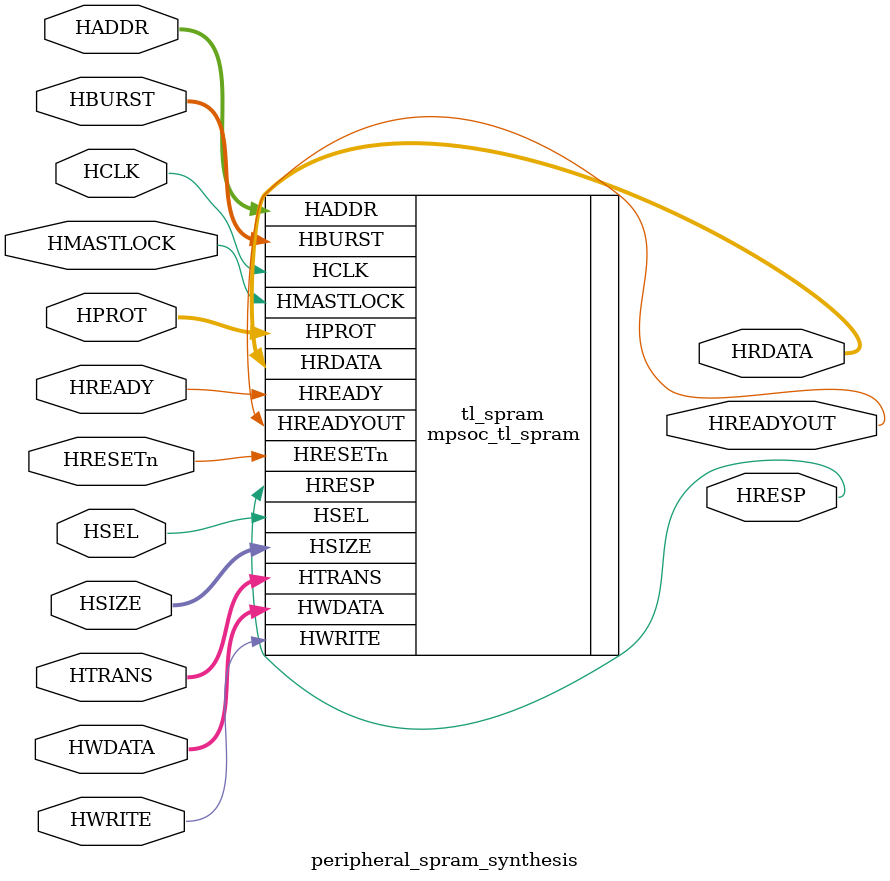
<source format=sv>

module peripheral_spram_synthesis #(
  parameter MEM_SIZE          = 256,        // Memory in Bytes
  parameter MEM_DEPTH         = 256,        // Memory depth
  parameter PLEN              = 8,
  parameter XLEN              = 32,
  parameter TECHNOLOGY        = "GENERIC",
  parameter REGISTERED_OUTPUT = "NO"
) (
  input HRESETn,
  input HCLK,

  input                 HSEL,
  input      [PLEN-1:0] HADDR,
  input      [XLEN-1:0] HWDATA,
  output reg [XLEN-1:0] HRDATA,
  input                 HWRITE,
  input      [     2:0] HSIZE,
  input      [     2:0] HBURST,
  input      [     3:0] HPROT,
  input      [     1:0] HTRANS,
  input                 HMASTLOCK,
  output reg            HREADYOUT,
  input                 HREADY,
  output                HRESP
);

  //////////////////////////////////////////////////////////////////////////////
  // Body
  //////////////////////////////////////////////////////////////////////////////

  // DUT AHB4
  mpsoc_tl_spram #(
    .MEM_SIZE         (MEM_SIZE),
    .MEM_DEPTH        (MEM_DEPTH),
    .PLEN             (PLEN),
    .XLEN             (XLEN),
    .TECHNOLOGY       (TECHNOLOGY),
    .REGISTERED_OUTPUT(REGISTERED_OUTPUT)
  ) tl_spram (
    .HRESETn(HRESETn),
    .HCLK   (HCLK),

    .HSEL     (HSEL),
    .HADDR    (HADDR),
    .HWDATA   (HWDATA),
    .HRDATA   (HRDATA),
    .HWRITE   (HWRITE),
    .HSIZE    (HSIZE),
    .HBURST   (HBURST),
    .HPROT    (HPROT),
    .HTRANS   (HTRANS),
    .HMASTLOCK(HMASTLOCK),
    .HREADYOUT(HREADYOUT),
    .HREADY   (HREADY),
    .HRESP    (HRESP)
  );
endmodule

</source>
